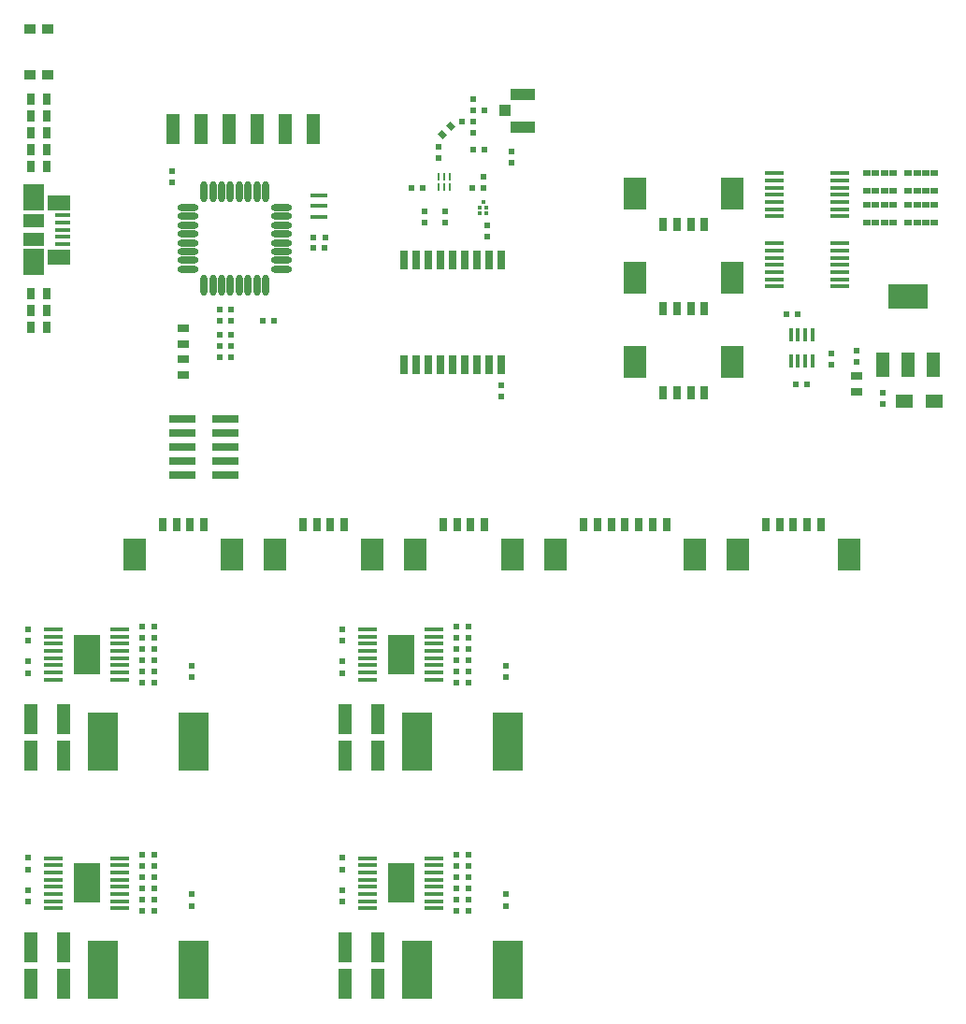
<source format=gtp>
G04 Layer_Color=8421504*
%FSLAX25Y25*%
%MOIN*%
G70*
G01*
G75*
%ADD12R,0.08268X0.11811*%
%ADD13R,0.03150X0.05118*%
%ADD14R,0.02362X0.02165*%
%ADD15R,0.02165X0.02362*%
%ADD17R,0.02559X0.01969*%
%ADD18R,0.03937X0.02953*%
%ADD19R,0.02756X0.07087*%
%ADD20R,0.03150X0.07087*%
G04:AMPARAMS|DCode=22|XSize=23.62mil|YSize=21.65mil|CornerRadius=0mil|HoleSize=0mil|Usage=FLASHONLY|Rotation=135.000|XOffset=0mil|YOffset=0mil|HoleType=Round|Shape=Rectangle|*
%AMROTATEDRECTD22*
4,1,4,0.01601,-0.00070,0.00070,-0.01601,-0.01601,0.00070,-0.00070,0.01601,0.01601,-0.00070,0.0*
%
%ADD22ROTATEDRECTD22*%

%ADD23R,0.00866X0.02756*%
%ADD24R,0.04134X0.03937*%
%ADD25R,0.08661X0.04134*%
%ADD26R,0.01673X0.01378*%
%ADD27R,0.04724X0.08661*%
%ADD28R,0.14173X0.08661*%
%ADD29R,0.06299X0.04921*%
%ADD31R,0.09449X0.02953*%
%ADD32R,0.05118X0.11024*%
%ADD33R,0.03937X0.03543*%
%ADD34R,0.08268X0.05807*%
%ADD35R,0.05433X0.01772*%
%ADD36R,0.07480X0.09350*%
%ADD37R,0.07480X0.04626*%
%ADD38R,0.06299X0.01181*%
%ADD39R,0.02953X0.03937*%
%ADD40O,0.07677X0.02362*%
%ADD41O,0.02362X0.07677*%
%ADD42R,0.01654X0.05118*%
%ADD43O,0.07087X0.01654*%
%ADD44R,0.05118X0.10630*%
%ADD45R,0.11000X0.21000*%
%ADD46R,0.09488X0.14370*%
D12*
X296476Y8630D02*
D03*
X256713D02*
D03*
X191791D02*
D03*
X241398D02*
D03*
X126516D02*
D03*
X91673D02*
D03*
X41673D02*
D03*
X76516D02*
D03*
X220079Y107413D02*
D03*
X254921D02*
D03*
Y137413D02*
D03*
X220079D02*
D03*
Y77413D02*
D03*
X254921D02*
D03*
X176516Y8630D02*
D03*
X141673D02*
D03*
D13*
X271673Y19457D02*
D03*
X276594D02*
D03*
X281516D02*
D03*
X286437D02*
D03*
X266752D02*
D03*
X201831D02*
D03*
X206752D02*
D03*
X216595D02*
D03*
X221516D02*
D03*
X226437D02*
D03*
X231358D02*
D03*
X211673D02*
D03*
X116476D02*
D03*
X111555D02*
D03*
X106634D02*
D03*
X101713D02*
D03*
X51713D02*
D03*
X56634D02*
D03*
X61555D02*
D03*
X66476D02*
D03*
X230118Y96587D02*
D03*
X235039D02*
D03*
X239961D02*
D03*
X244882D02*
D03*
Y126587D02*
D03*
X239961D02*
D03*
X235039D02*
D03*
X230118D02*
D03*
Y66587D02*
D03*
X235039D02*
D03*
X239961D02*
D03*
X244882D02*
D03*
X166476Y19457D02*
D03*
X161555D02*
D03*
X156634D02*
D03*
X151713D02*
D03*
D14*
X62118Y-34941D02*
D03*
Y-30807D02*
D03*
X174118D02*
D03*
Y-34941D02*
D03*
X62118Y-116441D02*
D03*
Y-112307D02*
D03*
X174118D02*
D03*
Y-116441D02*
D03*
X152500Y131067D02*
D03*
Y126933D02*
D03*
X145000Y131067D02*
D03*
Y126933D02*
D03*
X162500Y163067D02*
D03*
Y158933D02*
D03*
X150000Y149933D02*
D03*
Y154067D02*
D03*
X166000Y139433D02*
D03*
Y143567D02*
D03*
X167500Y121933D02*
D03*
Y126067D02*
D03*
X172500Y69067D02*
D03*
Y64933D02*
D03*
X299000Y81583D02*
D03*
Y77449D02*
D03*
X308500Y66567D02*
D03*
Y62433D02*
D03*
X55000Y141433D02*
D03*
Y145567D02*
D03*
X290000Y80567D02*
D03*
Y76433D02*
D03*
X162500Y166933D02*
D03*
Y171067D02*
D03*
X176000Y152567D02*
D03*
Y148433D02*
D03*
X115618Y-110807D02*
D03*
Y-114941D02*
D03*
Y-99307D02*
D03*
Y-103441D02*
D03*
X3618Y-110807D02*
D03*
Y-114941D02*
D03*
Y-99307D02*
D03*
Y-103441D02*
D03*
X115618Y-17807D02*
D03*
Y-21941D02*
D03*
Y-29307D02*
D03*
Y-33441D02*
D03*
X3618Y-17807D02*
D03*
Y-21941D02*
D03*
Y-29307D02*
D03*
Y-33441D02*
D03*
D15*
X91567Y92000D02*
D03*
X87433D02*
D03*
X76067Y96000D02*
D03*
X71933D02*
D03*
X158433Y163000D02*
D03*
X162567D02*
D03*
X140433Y139500D02*
D03*
X144567D02*
D03*
X166567Y153000D02*
D03*
X162433D02*
D03*
Y167000D02*
D03*
X166567D02*
D03*
X166067Y139433D02*
D03*
X161933D02*
D03*
X105533Y121600D02*
D03*
X109667D02*
D03*
X105433Y118000D02*
D03*
X109567D02*
D03*
X76067Y92000D02*
D03*
X71933D02*
D03*
X277433Y69500D02*
D03*
X281567D02*
D03*
X278067Y94500D02*
D03*
X273933D02*
D03*
X71933Y87000D02*
D03*
X76067D02*
D03*
Y83000D02*
D03*
X71933D02*
D03*
X76067Y79000D02*
D03*
X71933D02*
D03*
X44551Y-114374D02*
D03*
X48685D02*
D03*
Y-118374D02*
D03*
X44551D02*
D03*
X160685D02*
D03*
X156551D02*
D03*
Y-114374D02*
D03*
X160685D02*
D03*
X156551Y-98374D02*
D03*
X160685D02*
D03*
X156551Y-110374D02*
D03*
X160685D02*
D03*
Y-106374D02*
D03*
X156551D02*
D03*
Y-102374D02*
D03*
X160685D02*
D03*
X44551Y-98374D02*
D03*
X48685D02*
D03*
X44551Y-110374D02*
D03*
X48685D02*
D03*
Y-106374D02*
D03*
X44551D02*
D03*
Y-102374D02*
D03*
X48685D02*
D03*
X156551Y-20874D02*
D03*
X160685D02*
D03*
X44551D02*
D03*
X48685D02*
D03*
X160685Y-24874D02*
D03*
X156551D02*
D03*
Y-28874D02*
D03*
X160685D02*
D03*
X156551Y-16874D02*
D03*
X160685D02*
D03*
X156551Y-32874D02*
D03*
X160685D02*
D03*
Y-36874D02*
D03*
X156551D02*
D03*
X48685Y-24874D02*
D03*
X44551D02*
D03*
Y-28874D02*
D03*
X48685D02*
D03*
X44551Y-16874D02*
D03*
X48685D02*
D03*
X44551Y-32874D02*
D03*
X48685D02*
D03*
Y-36874D02*
D03*
X44551D02*
D03*
D17*
X309075Y127150D02*
D03*
X305925D02*
D03*
X312224D02*
D03*
X302776D02*
D03*
X312224Y133450D02*
D03*
X302776D02*
D03*
X309075D02*
D03*
X305925D02*
D03*
X323775Y127150D02*
D03*
X320625D02*
D03*
X326924D02*
D03*
X317476D02*
D03*
X326924Y133450D02*
D03*
X317476D02*
D03*
X323775D02*
D03*
X320625D02*
D03*
X305925Y144650D02*
D03*
X309075D02*
D03*
X302776D02*
D03*
X312224D02*
D03*
X302776Y138350D02*
D03*
X312224D02*
D03*
X305925D02*
D03*
X309075D02*
D03*
X320625Y144650D02*
D03*
X323775D02*
D03*
X317476D02*
D03*
X326924D02*
D03*
X317476Y138350D02*
D03*
X326924D02*
D03*
X320625D02*
D03*
X323775D02*
D03*
D18*
X59000Y72646D02*
D03*
Y78354D02*
D03*
X59000Y89354D02*
D03*
Y83646D02*
D03*
X299000Y72370D02*
D03*
Y66661D02*
D03*
D19*
X172323Y113701D02*
D03*
X137677D02*
D03*
X172323Y76299D02*
D03*
X137677D02*
D03*
D20*
X167992Y113701D02*
D03*
X163661D02*
D03*
X159331D02*
D03*
X155000D02*
D03*
X150669D02*
D03*
X146339D02*
D03*
X142008D02*
D03*
X167992Y76299D02*
D03*
X163661D02*
D03*
X159331D02*
D03*
X155000D02*
D03*
X150669D02*
D03*
X146339D02*
D03*
X142008D02*
D03*
D22*
X151539Y158538D02*
D03*
X154462Y161461D02*
D03*
D23*
X150031Y139689D02*
D03*
X152000D02*
D03*
X153969D02*
D03*
X150031Y143311D02*
D03*
X152000D02*
D03*
X153969D02*
D03*
D24*
X173799Y167000D02*
D03*
D25*
X180000Y161193D02*
D03*
Y172807D02*
D03*
D26*
X166000Y134468D02*
D03*
X164868Y130532D02*
D03*
X167132D02*
D03*
Y132500D02*
D03*
X164868D02*
D03*
D27*
X317500Y76295D02*
D03*
X308445D02*
D03*
X326555D02*
D03*
D28*
X317500Y100705D02*
D03*
D29*
X316087Y63500D02*
D03*
X326913D02*
D03*
D31*
X58823Y57000D02*
D03*
Y52000D02*
D03*
Y47000D02*
D03*
Y42000D02*
D03*
Y37000D02*
D03*
X74177Y57000D02*
D03*
Y52000D02*
D03*
Y47000D02*
D03*
Y42000D02*
D03*
Y37000D02*
D03*
D32*
X55500Y160500D02*
D03*
X65500D02*
D03*
X95500D02*
D03*
X105500D02*
D03*
X75500D02*
D03*
X85500D02*
D03*
D33*
X4350Y179929D02*
D03*
Y196071D02*
D03*
X10650Y179929D02*
D03*
Y196071D02*
D03*
D34*
X14764Y134195D02*
D03*
Y114805D02*
D03*
D35*
X16181Y119382D02*
D03*
Y121941D02*
D03*
Y124500D02*
D03*
Y127059D02*
D03*
Y129618D02*
D03*
D36*
X5709Y113033D02*
D03*
Y135967D02*
D03*
D37*
Y121203D02*
D03*
Y127797D02*
D03*
D38*
X107500Y133000D02*
D03*
Y129260D02*
D03*
Y136740D02*
D03*
D39*
X10354Y101713D02*
D03*
X4646D02*
D03*
X10354Y89713D02*
D03*
X4646D02*
D03*
X10354Y95713D02*
D03*
X4646D02*
D03*
X10354Y171213D02*
D03*
X4646D02*
D03*
X10354Y165213D02*
D03*
X4646D02*
D03*
X10354Y159213D02*
D03*
X4646D02*
D03*
X10354Y153213D02*
D03*
X4646D02*
D03*
X10354Y147213D02*
D03*
X4646D02*
D03*
D40*
X94232Y110476D02*
D03*
Y113626D02*
D03*
Y116776D02*
D03*
Y119925D02*
D03*
Y123075D02*
D03*
Y126224D02*
D03*
Y129374D02*
D03*
Y132524D02*
D03*
X60768D02*
D03*
Y129374D02*
D03*
Y126224D02*
D03*
Y123075D02*
D03*
Y119925D02*
D03*
Y116776D02*
D03*
Y113626D02*
D03*
Y110476D02*
D03*
D41*
X88524Y138232D02*
D03*
X85374D02*
D03*
X82224D02*
D03*
X79075D02*
D03*
X75925D02*
D03*
X72776D02*
D03*
X69626D02*
D03*
X66476D02*
D03*
Y104768D02*
D03*
X69626D02*
D03*
X72776D02*
D03*
X75925D02*
D03*
X79075D02*
D03*
X82224D02*
D03*
X85374D02*
D03*
X88524D02*
D03*
D42*
X275661Y77874D02*
D03*
X278221D02*
D03*
X280780D02*
D03*
X283339D02*
D03*
X275661Y87126D02*
D03*
X278221D02*
D03*
X280780D02*
D03*
X283339D02*
D03*
D43*
X269807Y104323D02*
D03*
Y106882D02*
D03*
Y109441D02*
D03*
Y112000D02*
D03*
Y114559D02*
D03*
Y117118D02*
D03*
Y119677D02*
D03*
X293193D02*
D03*
Y117118D02*
D03*
Y114559D02*
D03*
Y112000D02*
D03*
Y109441D02*
D03*
Y106882D02*
D03*
Y104323D02*
D03*
X269807Y129323D02*
D03*
Y131882D02*
D03*
Y134441D02*
D03*
Y137000D02*
D03*
Y139559D02*
D03*
Y142118D02*
D03*
Y144677D02*
D03*
X293193D02*
D03*
Y142118D02*
D03*
Y139559D02*
D03*
Y137000D02*
D03*
Y134441D02*
D03*
Y131882D02*
D03*
Y129323D02*
D03*
X12925Y-117331D02*
D03*
Y-114772D02*
D03*
Y-112213D02*
D03*
Y-109653D02*
D03*
Y-107095D02*
D03*
Y-104535D02*
D03*
Y-101976D02*
D03*
Y-99417D02*
D03*
X36311D02*
D03*
Y-101976D02*
D03*
Y-104535D02*
D03*
Y-107095D02*
D03*
Y-109653D02*
D03*
Y-112213D02*
D03*
Y-114772D02*
D03*
Y-117331D02*
D03*
X124925D02*
D03*
Y-114772D02*
D03*
Y-112213D02*
D03*
Y-109653D02*
D03*
Y-107095D02*
D03*
Y-104535D02*
D03*
Y-101976D02*
D03*
Y-99417D02*
D03*
X148311D02*
D03*
Y-101976D02*
D03*
Y-104535D02*
D03*
Y-107095D02*
D03*
Y-109653D02*
D03*
Y-112213D02*
D03*
Y-114772D02*
D03*
Y-117331D02*
D03*
X124925Y-35831D02*
D03*
Y-33272D02*
D03*
Y-30713D02*
D03*
Y-28153D02*
D03*
Y-25594D02*
D03*
Y-23035D02*
D03*
Y-20476D02*
D03*
Y-17917D02*
D03*
X148311D02*
D03*
Y-20476D02*
D03*
Y-23035D02*
D03*
Y-25594D02*
D03*
Y-28153D02*
D03*
Y-30713D02*
D03*
Y-33272D02*
D03*
Y-35831D02*
D03*
X12925D02*
D03*
Y-33272D02*
D03*
Y-30713D02*
D03*
Y-28153D02*
D03*
Y-25594D02*
D03*
Y-23035D02*
D03*
Y-20476D02*
D03*
Y-17917D02*
D03*
X36311D02*
D03*
Y-20476D02*
D03*
Y-23035D02*
D03*
Y-25594D02*
D03*
Y-28153D02*
D03*
Y-30713D02*
D03*
Y-33272D02*
D03*
Y-35831D02*
D03*
D44*
X128327Y-131374D02*
D03*
X116909D02*
D03*
X128327Y-144374D02*
D03*
X116909D02*
D03*
X16327Y-131374D02*
D03*
X4909D02*
D03*
X16327Y-144374D02*
D03*
X4909D02*
D03*
X128327Y-62874D02*
D03*
X116909D02*
D03*
X128327Y-49874D02*
D03*
X116909D02*
D03*
X16327Y-62874D02*
D03*
X4909D02*
D03*
X16327Y-49874D02*
D03*
X4909D02*
D03*
D45*
X142378Y-139374D02*
D03*
X174858Y-139375D02*
D03*
X30378Y-139374D02*
D03*
X62858Y-139375D02*
D03*
X142378Y-57874D02*
D03*
X174858Y-57875D02*
D03*
X30378Y-57874D02*
D03*
X62858Y-57875D02*
D03*
D46*
X24618Y-108374D02*
D03*
X136618D02*
D03*
Y-26874D02*
D03*
X24618D02*
D03*
M02*

</source>
